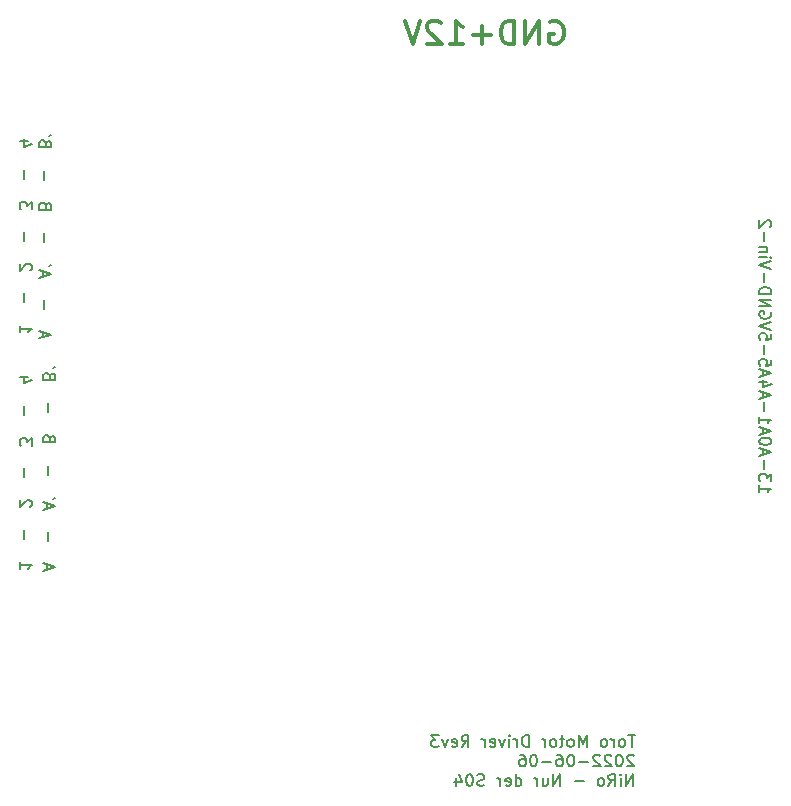
<source format=gbr>
G04 #@! TF.GenerationSoftware,KiCad,Pcbnew,5.1.5+dfsg1-2build2*
G04 #@! TF.CreationDate,2022-06-06T13:39:04+02:00*
G04 #@! TF.ProjectId,Toro_Stepper_Differential,546f726f-5f53-4746-9570-7065725f4469,rev?*
G04 #@! TF.SameCoordinates,Original*
G04 #@! TF.FileFunction,Legend,Bot*
G04 #@! TF.FilePolarity,Positive*
%FSLAX46Y46*%
G04 Gerber Fmt 4.6, Leading zero omitted, Abs format (unit mm)*
G04 Created by KiCad (PCBNEW 5.1.5+dfsg1-2build2) date 2022-06-06 13:39:04*
%MOMM*%
%LPD*%
G04 APERTURE LIST*
%ADD10C,0.150000*%
%ADD11C,0.300000*%
%ADD12C,3.200000*%
%ADD13O,1.700000X1.700000*%
%ADD14R,1.700000X1.700000*%
%ADD15C,1.600000*%
%ADD16R,1.600000X1.600000*%
%ADD17O,1.600000X1.600000*%
%ADD18R,3.960000X1.980000*%
%ADD19O,3.960000X1.980000*%
%ADD20O,1.980000X3.960000*%
%ADD21R,1.980000X3.960000*%
%ADD22R,1.600000X2.400000*%
%ADD23O,1.600000X2.400000*%
G04 APERTURE END LIST*
D10*
X130357619Y-115068571D02*
X130357619Y-115640000D01*
X130357619Y-115354285D02*
X131357619Y-115354285D01*
X131214761Y-115449523D01*
X131119523Y-115544761D01*
X131071904Y-115640000D01*
X131357619Y-114735238D02*
X131357619Y-114116190D01*
X130976666Y-114449523D01*
X130976666Y-114306666D01*
X130929047Y-114211428D01*
X130881428Y-114163809D01*
X130786190Y-114116190D01*
X130548095Y-114116190D01*
X130452857Y-114163809D01*
X130405238Y-114211428D01*
X130357619Y-114306666D01*
X130357619Y-114592380D01*
X130405238Y-114687619D01*
X130452857Y-114735238D01*
X130738571Y-113687619D02*
X130738571Y-112925714D01*
X130643333Y-112497142D02*
X130643333Y-112020952D01*
X130357619Y-112592380D02*
X131357619Y-112259047D01*
X130357619Y-111925714D01*
X131357619Y-111401904D02*
X131357619Y-111306666D01*
X131310000Y-111211428D01*
X131262380Y-111163809D01*
X131167142Y-111116190D01*
X130976666Y-111068571D01*
X130738571Y-111068571D01*
X130548095Y-111116190D01*
X130452857Y-111163809D01*
X130405238Y-111211428D01*
X130357619Y-111306666D01*
X130357619Y-111401904D01*
X130405238Y-111497142D01*
X130452857Y-111544761D01*
X130548095Y-111592380D01*
X130738571Y-111640000D01*
X130976666Y-111640000D01*
X131167142Y-111592380D01*
X131262380Y-111544761D01*
X131310000Y-111497142D01*
X131357619Y-111401904D01*
X130643333Y-110687619D02*
X130643333Y-110211428D01*
X130357619Y-110782857D02*
X131357619Y-110449523D01*
X130357619Y-110116190D01*
X130357619Y-109259047D02*
X130357619Y-109830476D01*
X130357619Y-109544761D02*
X131357619Y-109544761D01*
X131214761Y-109640000D01*
X131119523Y-109735238D01*
X131071904Y-109830476D01*
X130738571Y-108830476D02*
X130738571Y-108068571D01*
X130643333Y-107640000D02*
X130643333Y-107163809D01*
X130357619Y-107735238D02*
X131357619Y-107401904D01*
X130357619Y-107068571D01*
X131024285Y-106306666D02*
X130357619Y-106306666D01*
X131405238Y-106544761D02*
X130690952Y-106782857D01*
X130690952Y-106163809D01*
X130643333Y-105830476D02*
X130643333Y-105354285D01*
X130357619Y-105925714D02*
X131357619Y-105592380D01*
X130357619Y-105259047D01*
X131357619Y-104449523D02*
X131357619Y-104925714D01*
X130881428Y-104973333D01*
X130929047Y-104925714D01*
X130976666Y-104830476D01*
X130976666Y-104592380D01*
X130929047Y-104497142D01*
X130881428Y-104449523D01*
X130786190Y-104401904D01*
X130548095Y-104401904D01*
X130452857Y-104449523D01*
X130405238Y-104497142D01*
X130357619Y-104592380D01*
X130357619Y-104830476D01*
X130405238Y-104925714D01*
X130452857Y-104973333D01*
X130738571Y-103973333D02*
X130738571Y-103211428D01*
X131357619Y-102259047D02*
X131357619Y-102735238D01*
X130881428Y-102782857D01*
X130929047Y-102735238D01*
X130976666Y-102640000D01*
X130976666Y-102401904D01*
X130929047Y-102306666D01*
X130881428Y-102259047D01*
X130786190Y-102211428D01*
X130548095Y-102211428D01*
X130452857Y-102259047D01*
X130405238Y-102306666D01*
X130357619Y-102401904D01*
X130357619Y-102640000D01*
X130405238Y-102735238D01*
X130452857Y-102782857D01*
X131357619Y-101925714D02*
X130357619Y-101592380D01*
X131357619Y-101259047D01*
X131310000Y-100401904D02*
X131357619Y-100497142D01*
X131357619Y-100640000D01*
X131310000Y-100782857D01*
X131214761Y-100878095D01*
X131119523Y-100925714D01*
X130929047Y-100973333D01*
X130786190Y-100973333D01*
X130595714Y-100925714D01*
X130500476Y-100878095D01*
X130405238Y-100782857D01*
X130357619Y-100640000D01*
X130357619Y-100544761D01*
X130405238Y-100401904D01*
X130452857Y-100354285D01*
X130786190Y-100354285D01*
X130786190Y-100544761D01*
X130357619Y-99925714D02*
X131357619Y-99925714D01*
X130357619Y-99354285D01*
X131357619Y-99354285D01*
X130357619Y-98878095D02*
X131357619Y-98878095D01*
X131357619Y-98640000D01*
X131310000Y-98497142D01*
X131214761Y-98401904D01*
X131119523Y-98354285D01*
X130929047Y-98306666D01*
X130786190Y-98306666D01*
X130595714Y-98354285D01*
X130500476Y-98401904D01*
X130405238Y-98497142D01*
X130357619Y-98640000D01*
X130357619Y-98878095D01*
X130738571Y-97878095D02*
X130738571Y-97116190D01*
X131357619Y-96782857D02*
X130357619Y-96449523D01*
X131357619Y-96116190D01*
X130357619Y-95782857D02*
X131024285Y-95782857D01*
X131357619Y-95782857D02*
X131310000Y-95830476D01*
X131262380Y-95782857D01*
X131310000Y-95735238D01*
X131357619Y-95782857D01*
X131262380Y-95782857D01*
X131024285Y-95306666D02*
X130357619Y-95306666D01*
X130929047Y-95306666D02*
X130976666Y-95259047D01*
X131024285Y-95163809D01*
X131024285Y-95020952D01*
X130976666Y-94925714D01*
X130881428Y-94878095D01*
X130357619Y-94878095D01*
X130738571Y-94401904D02*
X130738571Y-93640000D01*
X131262380Y-93211428D02*
X131310000Y-93163809D01*
X131357619Y-93068571D01*
X131357619Y-92830476D01*
X131310000Y-92735238D01*
X131262380Y-92687619D01*
X131167142Y-92640000D01*
X131071904Y-92640000D01*
X130929047Y-92687619D01*
X130357619Y-93259047D01*
X130357619Y-92640000D01*
D11*
X112648809Y-75835000D02*
X112839285Y-75739761D01*
X113125000Y-75739761D01*
X113410714Y-75835000D01*
X113601190Y-76025476D01*
X113696428Y-76215952D01*
X113791666Y-76596904D01*
X113791666Y-76882619D01*
X113696428Y-77263571D01*
X113601190Y-77454047D01*
X113410714Y-77644523D01*
X113125000Y-77739761D01*
X112934523Y-77739761D01*
X112648809Y-77644523D01*
X112553571Y-77549285D01*
X112553571Y-76882619D01*
X112934523Y-76882619D01*
X111696428Y-77739761D02*
X111696428Y-75739761D01*
X110553571Y-77739761D01*
X110553571Y-75739761D01*
X109601190Y-77739761D02*
X109601190Y-75739761D01*
X109125000Y-75739761D01*
X108839285Y-75835000D01*
X108648809Y-76025476D01*
X108553571Y-76215952D01*
X108458333Y-76596904D01*
X108458333Y-76882619D01*
X108553571Y-77263571D01*
X108648809Y-77454047D01*
X108839285Y-77644523D01*
X109125000Y-77739761D01*
X109601190Y-77739761D01*
X107663809Y-76977857D02*
X106140000Y-76977857D01*
X106901904Y-77739761D02*
X106901904Y-76215952D01*
X104140000Y-77739761D02*
X105282857Y-77739761D01*
X104711428Y-77739761D02*
X104711428Y-75739761D01*
X104901904Y-76025476D01*
X105092380Y-76215952D01*
X105282857Y-76311190D01*
X103378095Y-75930238D02*
X103282857Y-75835000D01*
X103092380Y-75739761D01*
X102616190Y-75739761D01*
X102425714Y-75835000D01*
X102330476Y-75930238D01*
X102235238Y-76120714D01*
X102235238Y-76311190D01*
X102330476Y-76596904D01*
X103473333Y-77739761D01*
X102235238Y-77739761D01*
X101663809Y-75739761D02*
X100997142Y-77739761D01*
X100330476Y-75739761D01*
D10*
X67737619Y-101551428D02*
X67737619Y-102122857D01*
X67737619Y-101837142D02*
X68737619Y-101837142D01*
X68594761Y-101932380D01*
X68499523Y-102027619D01*
X68451904Y-102122857D01*
X68118571Y-99599047D02*
X68118571Y-98837142D01*
X68642380Y-96884761D02*
X68690000Y-96837142D01*
X68737619Y-96741904D01*
X68737619Y-96503809D01*
X68690000Y-96408571D01*
X68642380Y-96360952D01*
X68547142Y-96313333D01*
X68451904Y-96313333D01*
X68309047Y-96360952D01*
X67737619Y-96932380D01*
X67737619Y-96313333D01*
X68118571Y-94360952D02*
X68118571Y-93599047D01*
X68737619Y-91694285D02*
X68737619Y-91075238D01*
X68356666Y-91408571D01*
X68356666Y-91265714D01*
X68309047Y-91170476D01*
X68261428Y-91122857D01*
X68166190Y-91075238D01*
X67928095Y-91075238D01*
X67832857Y-91122857D01*
X67785238Y-91170476D01*
X67737619Y-91265714D01*
X67737619Y-91551428D01*
X67785238Y-91646666D01*
X67832857Y-91694285D01*
X68118571Y-89122857D02*
X68118571Y-88360952D01*
X68404285Y-85932380D02*
X67737619Y-85932380D01*
X68785238Y-86170476D02*
X68070952Y-86408571D01*
X68070952Y-85789523D01*
X69683333Y-102551428D02*
X69683333Y-102075238D01*
X69397619Y-102646666D02*
X70397619Y-102313333D01*
X69397619Y-101980000D01*
X69778571Y-100122857D02*
X69778571Y-99360952D01*
X69683333Y-97408571D02*
X69683333Y-96932380D01*
X69397619Y-97503809D02*
X70397619Y-97170476D01*
X69397619Y-96837142D01*
X70397619Y-96456190D02*
X70207142Y-96551428D01*
X69778571Y-94503809D02*
X69778571Y-93741904D01*
X69921428Y-91408571D02*
X69873809Y-91265714D01*
X69826190Y-91218095D01*
X69730952Y-91170476D01*
X69588095Y-91170476D01*
X69492857Y-91218095D01*
X69445238Y-91265714D01*
X69397619Y-91360952D01*
X69397619Y-91741904D01*
X70397619Y-91741904D01*
X70397619Y-91408571D01*
X70350000Y-91313333D01*
X70302380Y-91265714D01*
X70207142Y-91218095D01*
X70111904Y-91218095D01*
X70016666Y-91265714D01*
X69969047Y-91313333D01*
X69921428Y-91408571D01*
X69921428Y-91741904D01*
X69778571Y-89218095D02*
X69778571Y-88456190D01*
X69921428Y-86122857D02*
X69873809Y-85980000D01*
X69826190Y-85932380D01*
X69730952Y-85884761D01*
X69588095Y-85884761D01*
X69492857Y-85932380D01*
X69445238Y-85980000D01*
X69397619Y-86075238D01*
X69397619Y-86456190D01*
X70397619Y-86456190D01*
X70397619Y-86122857D01*
X70350000Y-86027619D01*
X70302380Y-85980000D01*
X70207142Y-85932380D01*
X70111904Y-85932380D01*
X70016666Y-85980000D01*
X69969047Y-86027619D01*
X69921428Y-86122857D01*
X69921428Y-86456190D01*
X70397619Y-85408571D02*
X70207142Y-85503809D01*
X70023333Y-122236428D02*
X70023333Y-121760238D01*
X69737619Y-122331666D02*
X70737619Y-121998333D01*
X69737619Y-121665000D01*
X70118571Y-119807857D02*
X70118571Y-119045952D01*
X70023333Y-117093571D02*
X70023333Y-116617380D01*
X69737619Y-117188809D02*
X70737619Y-116855476D01*
X69737619Y-116522142D01*
X70737619Y-116141190D02*
X70547142Y-116236428D01*
X70118571Y-114188809D02*
X70118571Y-113426904D01*
X70261428Y-111093571D02*
X70213809Y-110950714D01*
X70166190Y-110903095D01*
X70070952Y-110855476D01*
X69928095Y-110855476D01*
X69832857Y-110903095D01*
X69785238Y-110950714D01*
X69737619Y-111045952D01*
X69737619Y-111426904D01*
X70737619Y-111426904D01*
X70737619Y-111093571D01*
X70690000Y-110998333D01*
X70642380Y-110950714D01*
X70547142Y-110903095D01*
X70451904Y-110903095D01*
X70356666Y-110950714D01*
X70309047Y-110998333D01*
X70261428Y-111093571D01*
X70261428Y-111426904D01*
X70118571Y-108903095D02*
X70118571Y-108141190D01*
X70261428Y-105807857D02*
X70213809Y-105665000D01*
X70166190Y-105617380D01*
X70070952Y-105569761D01*
X69928095Y-105569761D01*
X69832857Y-105617380D01*
X69785238Y-105665000D01*
X69737619Y-105760238D01*
X69737619Y-106141190D01*
X70737619Y-106141190D01*
X70737619Y-105807857D01*
X70690000Y-105712619D01*
X70642380Y-105665000D01*
X70547142Y-105617380D01*
X70451904Y-105617380D01*
X70356666Y-105665000D01*
X70309047Y-105712619D01*
X70261428Y-105807857D01*
X70261428Y-106141190D01*
X70737619Y-105093571D02*
X70547142Y-105188809D01*
X67737619Y-121571428D02*
X67737619Y-122142857D01*
X67737619Y-121857142D02*
X68737619Y-121857142D01*
X68594761Y-121952380D01*
X68499523Y-122047619D01*
X68451904Y-122142857D01*
X68118571Y-119619047D02*
X68118571Y-118857142D01*
X68642380Y-116904761D02*
X68690000Y-116857142D01*
X68737619Y-116761904D01*
X68737619Y-116523809D01*
X68690000Y-116428571D01*
X68642380Y-116380952D01*
X68547142Y-116333333D01*
X68451904Y-116333333D01*
X68309047Y-116380952D01*
X67737619Y-116952380D01*
X67737619Y-116333333D01*
X68118571Y-114380952D02*
X68118571Y-113619047D01*
X68737619Y-111714285D02*
X68737619Y-111095238D01*
X68356666Y-111428571D01*
X68356666Y-111285714D01*
X68309047Y-111190476D01*
X68261428Y-111142857D01*
X68166190Y-111095238D01*
X67928095Y-111095238D01*
X67832857Y-111142857D01*
X67785238Y-111190476D01*
X67737619Y-111285714D01*
X67737619Y-111571428D01*
X67785238Y-111666666D01*
X67832857Y-111714285D01*
X68118571Y-109142857D02*
X68118571Y-108380952D01*
X68404285Y-105952380D02*
X67737619Y-105952380D01*
X68785238Y-106190476D02*
X68070952Y-106428571D01*
X68070952Y-105809523D01*
X119822261Y-136232380D02*
X119250833Y-136232380D01*
X119536547Y-137232380D02*
X119536547Y-136232380D01*
X118774642Y-137232380D02*
X118869880Y-137184761D01*
X118917500Y-137137142D01*
X118965119Y-137041904D01*
X118965119Y-136756190D01*
X118917500Y-136660952D01*
X118869880Y-136613333D01*
X118774642Y-136565714D01*
X118631785Y-136565714D01*
X118536547Y-136613333D01*
X118488928Y-136660952D01*
X118441309Y-136756190D01*
X118441309Y-137041904D01*
X118488928Y-137137142D01*
X118536547Y-137184761D01*
X118631785Y-137232380D01*
X118774642Y-137232380D01*
X118012738Y-137232380D02*
X118012738Y-136565714D01*
X118012738Y-136756190D02*
X117965119Y-136660952D01*
X117917500Y-136613333D01*
X117822261Y-136565714D01*
X117727023Y-136565714D01*
X117250833Y-137232380D02*
X117346071Y-137184761D01*
X117393690Y-137137142D01*
X117441309Y-137041904D01*
X117441309Y-136756190D01*
X117393690Y-136660952D01*
X117346071Y-136613333D01*
X117250833Y-136565714D01*
X117107976Y-136565714D01*
X117012738Y-136613333D01*
X116965119Y-136660952D01*
X116917500Y-136756190D01*
X116917500Y-137041904D01*
X116965119Y-137137142D01*
X117012738Y-137184761D01*
X117107976Y-137232380D01*
X117250833Y-137232380D01*
X115727023Y-137232380D02*
X115727023Y-136232380D01*
X115393690Y-136946666D01*
X115060357Y-136232380D01*
X115060357Y-137232380D01*
X114441309Y-137232380D02*
X114536547Y-137184761D01*
X114584166Y-137137142D01*
X114631785Y-137041904D01*
X114631785Y-136756190D01*
X114584166Y-136660952D01*
X114536547Y-136613333D01*
X114441309Y-136565714D01*
X114298452Y-136565714D01*
X114203214Y-136613333D01*
X114155595Y-136660952D01*
X114107976Y-136756190D01*
X114107976Y-137041904D01*
X114155595Y-137137142D01*
X114203214Y-137184761D01*
X114298452Y-137232380D01*
X114441309Y-137232380D01*
X113822261Y-136565714D02*
X113441309Y-136565714D01*
X113679404Y-136232380D02*
X113679404Y-137089523D01*
X113631785Y-137184761D01*
X113536547Y-137232380D01*
X113441309Y-137232380D01*
X112965119Y-137232380D02*
X113060357Y-137184761D01*
X113107976Y-137137142D01*
X113155595Y-137041904D01*
X113155595Y-136756190D01*
X113107976Y-136660952D01*
X113060357Y-136613333D01*
X112965119Y-136565714D01*
X112822261Y-136565714D01*
X112727023Y-136613333D01*
X112679404Y-136660952D01*
X112631785Y-136756190D01*
X112631785Y-137041904D01*
X112679404Y-137137142D01*
X112727023Y-137184761D01*
X112822261Y-137232380D01*
X112965119Y-137232380D01*
X112203214Y-137232380D02*
X112203214Y-136565714D01*
X112203214Y-136756190D02*
X112155595Y-136660952D01*
X112107976Y-136613333D01*
X112012738Y-136565714D01*
X111917500Y-136565714D01*
X110822261Y-137232380D02*
X110822261Y-136232380D01*
X110584166Y-136232380D01*
X110441309Y-136280000D01*
X110346071Y-136375238D01*
X110298452Y-136470476D01*
X110250833Y-136660952D01*
X110250833Y-136803809D01*
X110298452Y-136994285D01*
X110346071Y-137089523D01*
X110441309Y-137184761D01*
X110584166Y-137232380D01*
X110822261Y-137232380D01*
X109822261Y-137232380D02*
X109822261Y-136565714D01*
X109822261Y-136756190D02*
X109774642Y-136660952D01*
X109727023Y-136613333D01*
X109631785Y-136565714D01*
X109536547Y-136565714D01*
X109203214Y-137232380D02*
X109203214Y-136565714D01*
X109203214Y-136232380D02*
X109250833Y-136280000D01*
X109203214Y-136327619D01*
X109155595Y-136280000D01*
X109203214Y-136232380D01*
X109203214Y-136327619D01*
X108822261Y-136565714D02*
X108584166Y-137232380D01*
X108346071Y-136565714D01*
X107584166Y-137184761D02*
X107679404Y-137232380D01*
X107869880Y-137232380D01*
X107965119Y-137184761D01*
X108012738Y-137089523D01*
X108012738Y-136708571D01*
X107965119Y-136613333D01*
X107869880Y-136565714D01*
X107679404Y-136565714D01*
X107584166Y-136613333D01*
X107536547Y-136708571D01*
X107536547Y-136803809D01*
X108012738Y-136899047D01*
X107107976Y-137232380D02*
X107107976Y-136565714D01*
X107107976Y-136756190D02*
X107060357Y-136660952D01*
X107012738Y-136613333D01*
X106917500Y-136565714D01*
X106822261Y-136565714D01*
X105155595Y-137232380D02*
X105488928Y-136756190D01*
X105727023Y-137232380D02*
X105727023Y-136232380D01*
X105346071Y-136232380D01*
X105250833Y-136280000D01*
X105203214Y-136327619D01*
X105155595Y-136422857D01*
X105155595Y-136565714D01*
X105203214Y-136660952D01*
X105250833Y-136708571D01*
X105346071Y-136756190D01*
X105727023Y-136756190D01*
X104346071Y-137184761D02*
X104441309Y-137232380D01*
X104631785Y-137232380D01*
X104727023Y-137184761D01*
X104774642Y-137089523D01*
X104774642Y-136708571D01*
X104727023Y-136613333D01*
X104631785Y-136565714D01*
X104441309Y-136565714D01*
X104346071Y-136613333D01*
X104298452Y-136708571D01*
X104298452Y-136803809D01*
X104774642Y-136899047D01*
X103965119Y-136565714D02*
X103727023Y-137232380D01*
X103488928Y-136565714D01*
X103203214Y-136232380D02*
X102584166Y-136232380D01*
X102917500Y-136613333D01*
X102774642Y-136613333D01*
X102679404Y-136660952D01*
X102631785Y-136708571D01*
X102584166Y-136803809D01*
X102584166Y-137041904D01*
X102631785Y-137137142D01*
X102679404Y-137184761D01*
X102774642Y-137232380D01*
X103060357Y-137232380D01*
X103155595Y-137184761D01*
X103203214Y-137137142D01*
X119727023Y-137977619D02*
X119679404Y-137930000D01*
X119584166Y-137882380D01*
X119346071Y-137882380D01*
X119250833Y-137930000D01*
X119203214Y-137977619D01*
X119155595Y-138072857D01*
X119155595Y-138168095D01*
X119203214Y-138310952D01*
X119774642Y-138882380D01*
X119155595Y-138882380D01*
X118536547Y-137882380D02*
X118441309Y-137882380D01*
X118346071Y-137930000D01*
X118298452Y-137977619D01*
X118250833Y-138072857D01*
X118203214Y-138263333D01*
X118203214Y-138501428D01*
X118250833Y-138691904D01*
X118298452Y-138787142D01*
X118346071Y-138834761D01*
X118441309Y-138882380D01*
X118536547Y-138882380D01*
X118631785Y-138834761D01*
X118679404Y-138787142D01*
X118727023Y-138691904D01*
X118774642Y-138501428D01*
X118774642Y-138263333D01*
X118727023Y-138072857D01*
X118679404Y-137977619D01*
X118631785Y-137930000D01*
X118536547Y-137882380D01*
X117822261Y-137977619D02*
X117774642Y-137930000D01*
X117679404Y-137882380D01*
X117441309Y-137882380D01*
X117346071Y-137930000D01*
X117298452Y-137977619D01*
X117250833Y-138072857D01*
X117250833Y-138168095D01*
X117298452Y-138310952D01*
X117869880Y-138882380D01*
X117250833Y-138882380D01*
X116869880Y-137977619D02*
X116822261Y-137930000D01*
X116727023Y-137882380D01*
X116488928Y-137882380D01*
X116393690Y-137930000D01*
X116346071Y-137977619D01*
X116298452Y-138072857D01*
X116298452Y-138168095D01*
X116346071Y-138310952D01*
X116917500Y-138882380D01*
X116298452Y-138882380D01*
X115869880Y-138501428D02*
X115107976Y-138501428D01*
X114441309Y-137882380D02*
X114346071Y-137882380D01*
X114250833Y-137930000D01*
X114203214Y-137977619D01*
X114155595Y-138072857D01*
X114107976Y-138263333D01*
X114107976Y-138501428D01*
X114155595Y-138691904D01*
X114203214Y-138787142D01*
X114250833Y-138834761D01*
X114346071Y-138882380D01*
X114441309Y-138882380D01*
X114536547Y-138834761D01*
X114584166Y-138787142D01*
X114631785Y-138691904D01*
X114679404Y-138501428D01*
X114679404Y-138263333D01*
X114631785Y-138072857D01*
X114584166Y-137977619D01*
X114536547Y-137930000D01*
X114441309Y-137882380D01*
X113250833Y-137882380D02*
X113441309Y-137882380D01*
X113536547Y-137930000D01*
X113584166Y-137977619D01*
X113679404Y-138120476D01*
X113727023Y-138310952D01*
X113727023Y-138691904D01*
X113679404Y-138787142D01*
X113631785Y-138834761D01*
X113536547Y-138882380D01*
X113346071Y-138882380D01*
X113250833Y-138834761D01*
X113203214Y-138787142D01*
X113155595Y-138691904D01*
X113155595Y-138453809D01*
X113203214Y-138358571D01*
X113250833Y-138310952D01*
X113346071Y-138263333D01*
X113536547Y-138263333D01*
X113631785Y-138310952D01*
X113679404Y-138358571D01*
X113727023Y-138453809D01*
X112727023Y-138501428D02*
X111965119Y-138501428D01*
X111298452Y-137882380D02*
X111203214Y-137882380D01*
X111107976Y-137930000D01*
X111060357Y-137977619D01*
X111012738Y-138072857D01*
X110965119Y-138263333D01*
X110965119Y-138501428D01*
X111012738Y-138691904D01*
X111060357Y-138787142D01*
X111107976Y-138834761D01*
X111203214Y-138882380D01*
X111298452Y-138882380D01*
X111393690Y-138834761D01*
X111441309Y-138787142D01*
X111488928Y-138691904D01*
X111536547Y-138501428D01*
X111536547Y-138263333D01*
X111488928Y-138072857D01*
X111441309Y-137977619D01*
X111393690Y-137930000D01*
X111298452Y-137882380D01*
X110107976Y-137882380D02*
X110298452Y-137882380D01*
X110393690Y-137930000D01*
X110441309Y-137977619D01*
X110536547Y-138120476D01*
X110584166Y-138310952D01*
X110584166Y-138691904D01*
X110536547Y-138787142D01*
X110488928Y-138834761D01*
X110393690Y-138882380D01*
X110203214Y-138882380D01*
X110107976Y-138834761D01*
X110060357Y-138787142D01*
X110012738Y-138691904D01*
X110012738Y-138453809D01*
X110060357Y-138358571D01*
X110107976Y-138310952D01*
X110203214Y-138263333D01*
X110393690Y-138263333D01*
X110488928Y-138310952D01*
X110536547Y-138358571D01*
X110584166Y-138453809D01*
X119679404Y-140532380D02*
X119679404Y-139532380D01*
X119107976Y-140532380D01*
X119107976Y-139532380D01*
X118631785Y-140532380D02*
X118631785Y-139865714D01*
X118631785Y-139532380D02*
X118679404Y-139580000D01*
X118631785Y-139627619D01*
X118584166Y-139580000D01*
X118631785Y-139532380D01*
X118631785Y-139627619D01*
X117584166Y-140532380D02*
X117917500Y-140056190D01*
X118155595Y-140532380D02*
X118155595Y-139532380D01*
X117774642Y-139532380D01*
X117679404Y-139580000D01*
X117631785Y-139627619D01*
X117584166Y-139722857D01*
X117584166Y-139865714D01*
X117631785Y-139960952D01*
X117679404Y-140008571D01*
X117774642Y-140056190D01*
X118155595Y-140056190D01*
X117012738Y-140532380D02*
X117107976Y-140484761D01*
X117155595Y-140437142D01*
X117203214Y-140341904D01*
X117203214Y-140056190D01*
X117155595Y-139960952D01*
X117107976Y-139913333D01*
X117012738Y-139865714D01*
X116869880Y-139865714D01*
X116774642Y-139913333D01*
X116727023Y-139960952D01*
X116679404Y-140056190D01*
X116679404Y-140341904D01*
X116727023Y-140437142D01*
X116774642Y-140484761D01*
X116869880Y-140532380D01*
X117012738Y-140532380D01*
X115488928Y-140151428D02*
X114727023Y-140151428D01*
X113488928Y-140532380D02*
X113488928Y-139532380D01*
X112917500Y-140532380D01*
X112917500Y-139532380D01*
X112012738Y-139865714D02*
X112012738Y-140532380D01*
X112441309Y-139865714D02*
X112441309Y-140389523D01*
X112393690Y-140484761D01*
X112298452Y-140532380D01*
X112155595Y-140532380D01*
X112060357Y-140484761D01*
X112012738Y-140437142D01*
X111536547Y-140532380D02*
X111536547Y-139865714D01*
X111536547Y-140056190D02*
X111488928Y-139960952D01*
X111441309Y-139913333D01*
X111346071Y-139865714D01*
X111250833Y-139865714D01*
X109727023Y-140532380D02*
X109727023Y-139532380D01*
X109727023Y-140484761D02*
X109822261Y-140532380D01*
X110012738Y-140532380D01*
X110107976Y-140484761D01*
X110155595Y-140437142D01*
X110203214Y-140341904D01*
X110203214Y-140056190D01*
X110155595Y-139960952D01*
X110107976Y-139913333D01*
X110012738Y-139865714D01*
X109822261Y-139865714D01*
X109727023Y-139913333D01*
X108869880Y-140484761D02*
X108965119Y-140532380D01*
X109155595Y-140532380D01*
X109250833Y-140484761D01*
X109298452Y-140389523D01*
X109298452Y-140008571D01*
X109250833Y-139913333D01*
X109155595Y-139865714D01*
X108965119Y-139865714D01*
X108869880Y-139913333D01*
X108822261Y-140008571D01*
X108822261Y-140103809D01*
X109298452Y-140199047D01*
X108393690Y-140532380D02*
X108393690Y-139865714D01*
X108393690Y-140056190D02*
X108346071Y-139960952D01*
X108298452Y-139913333D01*
X108203214Y-139865714D01*
X108107976Y-139865714D01*
X107060357Y-140484761D02*
X106917500Y-140532380D01*
X106679404Y-140532380D01*
X106584166Y-140484761D01*
X106536547Y-140437142D01*
X106488928Y-140341904D01*
X106488928Y-140246666D01*
X106536547Y-140151428D01*
X106584166Y-140103809D01*
X106679404Y-140056190D01*
X106869880Y-140008571D01*
X106965119Y-139960952D01*
X107012738Y-139913333D01*
X107060357Y-139818095D01*
X107060357Y-139722857D01*
X107012738Y-139627619D01*
X106965119Y-139580000D01*
X106869880Y-139532380D01*
X106631785Y-139532380D01*
X106488928Y-139580000D01*
X105869880Y-139532380D02*
X105774642Y-139532380D01*
X105679404Y-139580000D01*
X105631785Y-139627619D01*
X105584166Y-139722857D01*
X105536547Y-139913333D01*
X105536547Y-140151428D01*
X105584166Y-140341904D01*
X105631785Y-140437142D01*
X105679404Y-140484761D01*
X105774642Y-140532380D01*
X105869880Y-140532380D01*
X105965119Y-140484761D01*
X106012738Y-140437142D01*
X106060357Y-140341904D01*
X106107976Y-140151428D01*
X106107976Y-139913333D01*
X106060357Y-139722857D01*
X106012738Y-139627619D01*
X105965119Y-139580000D01*
X105869880Y-139532380D01*
X104679404Y-139865714D02*
X104679404Y-140532380D01*
X104917500Y-139484761D02*
X105155595Y-140199047D01*
X104536547Y-140199047D01*
%LPC*%
D12*
X64000000Y-77000000D03*
X64000000Y-140000000D03*
X127000000Y-140000000D03*
X127000000Y-77000000D03*
D13*
X128905000Y-93980000D03*
X128905000Y-96520000D03*
X128905000Y-99060000D03*
X128905000Y-101600000D03*
X128905000Y-104140000D03*
X128905000Y-106680000D03*
X128905000Y-109220000D03*
X128905000Y-111760000D03*
D14*
X128905000Y-114300000D03*
D15*
X66040000Y-132175000D03*
D16*
X66040000Y-130175000D03*
D17*
X83820000Y-120650000D03*
X78740000Y-113030000D03*
X78740000Y-120650000D03*
D16*
X83820000Y-113030000D03*
D17*
X78740000Y-99695000D03*
X83820000Y-107315000D03*
X83820000Y-99695000D03*
D16*
X78740000Y-107315000D03*
D17*
X91440000Y-99695000D03*
X96520000Y-107315000D03*
X96520000Y-99695000D03*
D16*
X91440000Y-107315000D03*
D17*
X96520000Y-120650000D03*
X91440000Y-113030000D03*
X91440000Y-120650000D03*
D16*
X96520000Y-113030000D03*
X108585000Y-93980000D03*
D17*
X123825000Y-127000000D03*
X108585000Y-96520000D03*
X123825000Y-124460000D03*
X108585000Y-99060000D03*
X123825000Y-121920000D03*
X108585000Y-101600000D03*
X123825000Y-119380000D03*
X108585000Y-104140000D03*
X123825000Y-116840000D03*
X108585000Y-106680000D03*
X123825000Y-114300000D03*
X108585000Y-109220000D03*
X123825000Y-111760000D03*
X108585000Y-111760000D03*
X123825000Y-109220000D03*
X108585000Y-114300000D03*
X123825000Y-106680000D03*
X108585000Y-116840000D03*
X123825000Y-104140000D03*
X108585000Y-119380000D03*
X123825000Y-101600000D03*
X108585000Y-121920000D03*
X123825000Y-99060000D03*
X108585000Y-124460000D03*
X123825000Y-96520000D03*
X108585000Y-127000000D03*
X123825000Y-93980000D03*
X108585000Y-129540000D03*
X123825000Y-129540000D03*
D18*
X63500000Y-96520000D03*
D19*
X63500000Y-91520000D03*
X63500000Y-86520000D03*
D18*
X63500000Y-106680000D03*
D19*
X63500000Y-101680000D03*
X63500000Y-111760000D03*
X63500000Y-116760000D03*
D18*
X63500000Y-121760000D03*
D20*
X110410000Y-81280000D03*
D21*
X105410000Y-81280000D03*
D22*
X79375000Y-93980000D03*
D23*
X97155000Y-86360000D03*
X81915000Y-93980000D03*
X94615000Y-86360000D03*
X84455000Y-93980000D03*
X92075000Y-86360000D03*
X86995000Y-93980000D03*
X89535000Y-86360000D03*
X89535000Y-93980000D03*
X86995000Y-86360000D03*
X92075000Y-93980000D03*
X84455000Y-86360000D03*
X94615000Y-93980000D03*
X81915000Y-86360000D03*
X97155000Y-93980000D03*
X79375000Y-86360000D03*
X79375000Y-127000000D03*
X97155000Y-134620000D03*
X81915000Y-127000000D03*
X94615000Y-134620000D03*
X84455000Y-127000000D03*
X92075000Y-134620000D03*
X86995000Y-127000000D03*
X89535000Y-134620000D03*
X89535000Y-127000000D03*
X86995000Y-134620000D03*
X92075000Y-127000000D03*
X84455000Y-134620000D03*
X94615000Y-127000000D03*
X81915000Y-134620000D03*
X97155000Y-127000000D03*
D22*
X79375000Y-134620000D03*
M02*

</source>
